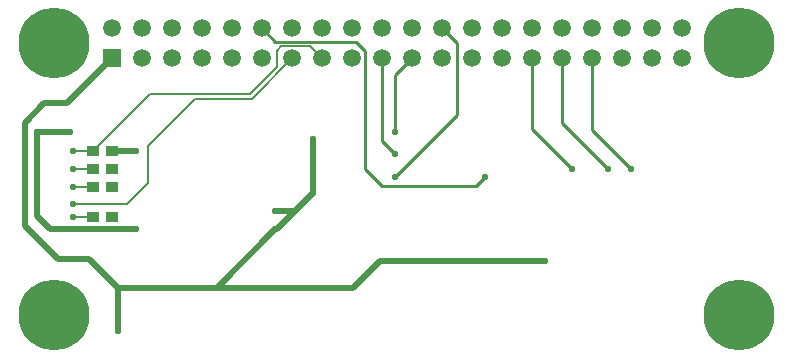
<source format=gbl>
G04 Layer_Physical_Order=2*
G04 Layer_Color=16711680*
%FSLAX25Y25*%
%MOIN*%
G70*
G01*
G75*
%ADD11R,0.03937X0.03740*%
%ADD18C,0.02000*%
%ADD19C,0.01000*%
%ADD20C,0.00800*%
%ADD21C,0.23622*%
%ADD22R,0.05905X0.05905*%
%ADD23C,0.05905*%
%ADD24C,0.02200*%
D11*
X26850Y46500D02*
D03*
X33150D02*
D03*
X26850Y56500D02*
D03*
X33150D02*
D03*
X26850Y62500D02*
D03*
X33150D02*
D03*
X26850Y68500D02*
D03*
X33150D02*
D03*
D18*
X100000Y66500D02*
Y72500D01*
Y60500D02*
Y66500D01*
Y54500D02*
Y60500D01*
X122500Y32000D02*
X177500D01*
X87500Y48500D02*
X94000D01*
X7988Y75024D02*
X19012D01*
X33150Y68500D02*
X41000D01*
X7988Y47012D02*
Y75024D01*
Y47012D02*
X12500Y42500D01*
X41000D01*
X18000Y84500D02*
X33000Y99500D01*
X4000Y43500D02*
X15000Y32500D01*
X25500D01*
X35000Y23000D01*
Y8500D02*
Y23000D01*
X4000Y43500D02*
Y78000D01*
X10500Y84500D01*
X18000D01*
X35000Y23000D02*
X68000D01*
X87500Y42500D01*
X88000D01*
X94000Y48500D01*
X100000Y54500D01*
X68000Y23000D02*
X113500D01*
X122500Y32000D01*
D19*
X173000Y76000D02*
Y99500D01*
Y76000D02*
X186500Y62500D01*
X183000Y78000D02*
Y99500D01*
Y78000D02*
X198500Y62500D01*
X193000Y75500D02*
Y99500D01*
Y75500D02*
X206000Y62500D01*
X127500Y75000D02*
Y94000D01*
X133000Y99500D01*
X123000Y72000D02*
Y99500D01*
Y72000D02*
X127500Y67500D01*
Y60000D02*
X148000Y80500D01*
Y104500D01*
X143000Y109500D02*
X148000Y104500D01*
X123000Y57000D02*
X154500D01*
X157500Y60000D01*
X83000Y109500D02*
X87500Y105000D01*
X114500D01*
X117500Y102000D01*
Y62500D02*
Y102000D01*
Y62500D02*
X123000Y57000D01*
D20*
X20000Y68500D02*
X26850D01*
X20000Y62500D02*
X26850D01*
X20000Y56500D02*
X26850D01*
X20000Y46500D02*
X26850D01*
Y68500D02*
X45850Y87500D01*
X20000Y51000D02*
X38000D01*
X45000Y58000D01*
Y70328D01*
X88000Y102000D02*
X89500Y103500D01*
X99000D01*
X103000Y99500D01*
X45850Y87500D02*
X79020D01*
X88000Y96480D01*
Y102000D01*
X45000Y70328D02*
X60772Y86100D01*
X79600D01*
X93000Y99500D01*
D21*
X242173Y104500D02*
D03*
Y13949D02*
D03*
X13827Y104500D02*
D03*
Y13949D02*
D03*
D22*
X33000Y99500D02*
D03*
D23*
X43000D02*
D03*
X53000D02*
D03*
X63000D02*
D03*
X73000D02*
D03*
X83000D02*
D03*
X93000D02*
D03*
X103000D02*
D03*
X113000D02*
D03*
X123000D02*
D03*
X133000D02*
D03*
X143000D02*
D03*
X153000D02*
D03*
X163000D02*
D03*
X173000D02*
D03*
X183000D02*
D03*
X193000D02*
D03*
X203000D02*
D03*
X213000D02*
D03*
X223000D02*
D03*
X33000Y109500D02*
D03*
X43000D02*
D03*
X53000D02*
D03*
X63000D02*
D03*
X73000D02*
D03*
X83000D02*
D03*
X93000D02*
D03*
X103000D02*
D03*
X113000D02*
D03*
X123000D02*
D03*
X133000D02*
D03*
X143000D02*
D03*
X153000D02*
D03*
X163000D02*
D03*
X173000D02*
D03*
X183000D02*
D03*
X193000D02*
D03*
X203000D02*
D03*
X213000D02*
D03*
X223000D02*
D03*
D24*
X35000Y8500D02*
D03*
X87500Y42500D02*
D03*
Y48500D02*
D03*
X100000Y72500D02*
D03*
Y66500D02*
D03*
Y60500D02*
D03*
Y54500D02*
D03*
X177500Y32000D02*
D03*
X127500Y75000D02*
D03*
Y67500D02*
D03*
Y60000D02*
D03*
X186500Y62500D02*
D03*
X198500D02*
D03*
X206000D02*
D03*
X157500Y60000D02*
D03*
X20000Y46500D02*
D03*
Y56500D02*
D03*
Y62500D02*
D03*
X7988Y75024D02*
D03*
X19012D02*
D03*
X20000Y68500D02*
D03*
X41000D02*
D03*
X20000Y51000D02*
D03*
X41000Y42500D02*
D03*
M02*

</source>
